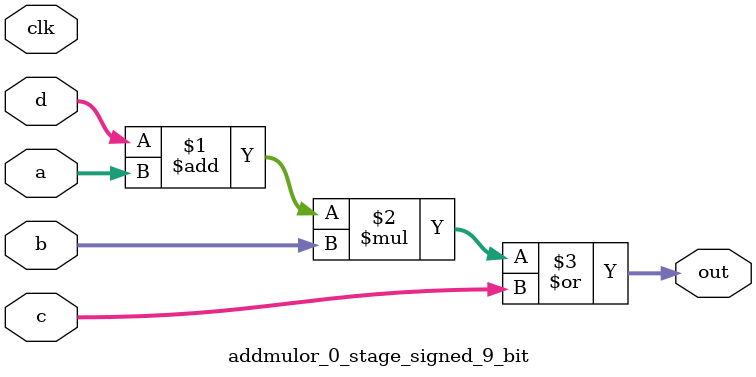
<source format=sv>
(* use_dsp = "yes" *) module addmulor_0_stage_signed_9_bit(
	input signed [8:0] a,
	input signed [8:0] b,
	input signed [8:0] c,
	input signed [8:0] d,
	output [8:0] out,
	input clk);

	assign out = ((d + a) * b) | c;
endmodule

</source>
